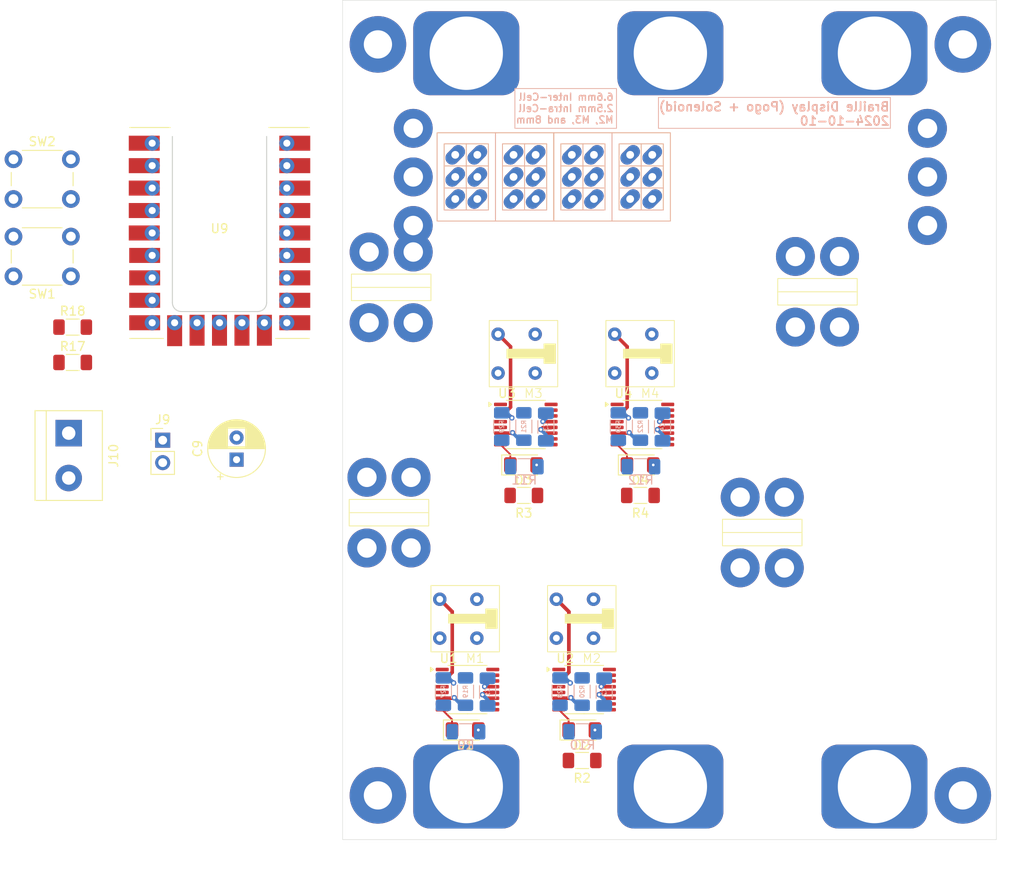
<source format=kicad_pcb>
(kicad_pcb (version 20240108) (generator "pcbnew") (generator_version "8.0")
  (layers (0 "F.Cu" signal) (31 "B.Cu" signal) (34 "B.Paste" user) (35 "F.Paste" user) (36 "B.SilkS" user "B.Silkscreen") (37 "F.SilkS" user "F.Silkscreen") (38 "B.Mask" user) (39 "F.Mask" user) (44 "Edge.Cuts" user))
  (net 0 "")
  (net 41 "/Braille_Cell/~{SLEEP}")
  (net 42 "/Braille_Cell1/~{SLEEP}")
  (net 43 "/Braille_Cell2/~{SLEEP}")
  (net 44 "/Braille_Cell3/~{SLEEP}")
  (net 45 "GND")
  (net 46 "Vdrive")
  (net 47 "Net-(D1-A)")
  (net 48 "/Braille_Cell/~{FAULT}")
  (net 49 "Net-(D2-A)")
  (net 50 "/Braille_Cell1/~{FAULT}")
  (net 51 "Net-(D3-A)")
  (net 52 "/Braille_Cell2/~{FAULT}")
  (net 53 "Net-(D4-A)")
  (net 54 "/Braille_Cell3/~{FAULT}")
  (net 55 "Net-(U1-OUT3)")
  (net 56 "Net-(U1-OUT1)")
  (net 57 "Net-(M1--)")
  (net 58 "Net-(U1-OUT4)")
  (net 59 "Net-(U2-OUT3)")
  (net 60 "Net-(U2-OUT4)")
  (net 61 "Net-(M2--)")
  (net 62 "Net-(U2-OUT1)")
  (net 63 "Net-(U3-OUT3)")
  (net 64 "Net-(U3-OUT1)")
  (net 65 "Net-(U3-OUT4)")
  (net 66 "Net-(M3--)")
  (net 67 "Net-(U4-OUT1)")
  (net 68 "Net-(M4--)")
  (net 69 "Net-(U4-OUT3)")
  (net 70 "Net-(U4-OUT4)")
  (net 71 "+3V3")
  (net 72 "I2C_SDA")
  (net 73 "I2C_SCL")
  (net 74 "Net-(U1-ISEN34)")
  (net 75 "Net-(U2-ISEN34)")
  (net 76 "Net-(U3-ISEN34)")
  (net 77 "Net-(U4-ISEN34)")
  (net 78 "Net-(U1-ISEN12)")
  (net 79 "Net-(U2-ISEN12)")
  (net 80 "Net-(U3-ISEN12)")
  (net 81 "Net-(U4-ISEN12)")
  (net 82 "Net-(U9-GP28)")
  (net 83 "Net-(U9-GP29)")
  (net 84 "/Braille_Cell/IN4")
  (net 85 "/Braille_Cell/IN3")
  (net 86 "/Braille_Cell/IN2")
  (net 87 "/Braille_Cell/IN1")
  (net 88 "/Braille_Cell1/IN1")
  (net 89 "/Braille_Cell1/IN2")
  (net 90 "/Braille_Cell1/IN4")
  (net 91 "/Braille_Cell1/IN3")
  (net 92 "/Braille_Cell2/IN3")
  (net 93 "/Braille_Cell2/IN1")
  (net 94 "/Braille_Cell2/IN4")
  (net 95 "/Braille_Cell2/IN2")
  (net 96 "/Braille_Cell3/IN4")
  (net 97 "/Braille_Cell3/IN3")
  (net 98 "/Braille_Cell3/IN1")
  (net 99 "/Braille_Cell3/IN2")
  (net 100 "+5V")
  (footprint "Resistor_SMD:R_1206_3216Metric_Pad1.30x1.75mm_HandSolder" (layer "F.Cu") (at 106.5125 136.05)
    (property "Reference" "R3")
    (property "Value" "5k1")
  )
  (footprint "00-lib-footprints:Braille_Cell_Pogos_Solder_2.5mmIntra_6.6x10mmInter" (layer "F.Cu") (at 100 100)
    (property "Reference" "J1" (hide yes))
    (property "Value" "Conn_01x06")
  )
  (footprint "Package_SO:TSSOP-16_4.4x5mm_P0.65mm" (layer "F.Cu") (at 113.3375 158.025)
    (property "Reference" "U2")
    (property "Value" "DRV8847SPWR")
  )
  (footprint "00-lib-footprints:MountingHole_2.2mm_M2_Pad_NoSilk" (layer "F.Cu") (at 152.2 100)
    (property "Reference" "H12" (hide yes))
    (property "Value" "MountingHole_Pad")
  )
  (footprint "00-lib-footprints:MountingHole_8mm_Rect_NoSilk" (layer "F.Cu") (at 100 169)
    (property "Reference" "H4" (hide yes))
    (property "Value" "MountingHole_Pad")
  )
  (footprint "Resistor_SMD:R_1206_3216Metric_Pad1.30x1.75mm_HandSolder" (layer "F.Cu") (at 55.45 121)
    (property "Reference" "R17")
    (property "Value" "5k1")
  )
  (footprint "00-lib-footprints:HorizMounting_4x_M2_and_M3_Middle" (layer "F.Cu") (at 139.75 113)
    (property "Reference" "H19" (hide yes))
    (property "Value" "MountingHole_Pad")
  )
  (footprint "00-lib-footprints:MountingHole_2.2mm_M2_Pad_NoSilk" (layer "F.Cu") (at 152.2 105.5)
    (property "Reference" "H10" (hide yes))
    (property "Value" "MountingHole_Pad")
  )
  (footprint "00-lib-footprints:MountingHole_8mm_Rect_NoSilk" (layer "F.Cu") (at 146.2 169)
    (property "Reference" "H6" (hide yes))
    (property "Value" "MountingHole_Pad")
  )
  (footprint "LED_SMD:LED_1206_3216Metric_Pad1.42x1.75mm_HandSolder" (layer "F.Cu") (at 119.675 132.6)
    (property "Reference" "D4")
    (property "Value" "LED")
  )
  (footprint "00-lib-footprints:MountingHole_2.2mm_M2_Pad_NoSilk" (layer "F.Cu") (at 94 94.5)
    (property "Reference" "H7" (hide yes))
    (property "Value" "MountingHole_Pad")
  )
  (footprint "00-lib-footprints:RP2040 Zero" (layer "F.Cu") (at 61.91 119.1715)
    (property "Reference" "U9")
    (property "Value" "RP2040-Zero")
    (fp_line (start 4.826 -23.749) (end 4.826 -4.953) (stroke (width 0.12)) (layer "Edge.Cuts"))
    (fp_line (start 5.842 -3.937) (end 14.478 -3.937) (stroke (width 0.12)) (layer "Edge.Cuts"))
    (fp_line (start 15.494 -4.953) (end 15.494 -23.749) (stroke (width 0.12)) (layer "Edge.Cuts"))
    (fp_arc (start 5.842 -3.937) (mid 5.12358 -4.23458) (end 4.826 -4.953) (stroke (width 0.12)) (layer "Edge.Cuts"))
    (fp_arc (start 15.494 -4.953) (mid 15.19642 -4.23458) (end 14.478 -3.937) (stroke (width 0.12)) (layer "Edge.Cuts"))
  )
  (footprint "LED_SMD:LED_1206_3216Metric_Pad1.42x1.75mm_HandSolder" (layer "F.Cu") (at 113.075 162.6)
    (property "Reference" "D2")
    (property "Value" "LED")
  )
  (footprint "00-lib-footprints:MountingHole_8mm_Rect_NoSilk" (layer "F.Cu") (at 146.2 86)
    (property "Reference" "H3" (hide yes))
    (property "Value" "MountingHole_Pad")
  )
  (footprint "00-lib-footprints:MountingHole_2.2mm_M2_Pad_NoSilk" (layer "F.Cu") (at 94 105.5)
    (property "Reference" "H8" (hide yes))
    (property "Value" "MountingHole_Pad")
  )
  (footprint "Connector_PinHeader_2.54mm:PinHeader_1x02_P2.54mm_Vertical" (layer "F.Cu") (at 65.64 129.8)
    (property "Reference" "J9")
    (property "Value" "Conn_01x02")
  )
  (footprint "Resistor_SMD:R_1206_3216Metric_Pad1.30x1.75mm_HandSolder" (layer "F.Cu") (at 55.45 117)
    (property "Reference" "R18")
    (property "Value" "5k1")
  )
  (footprint "00-lib-footprints:Braille_Cell_Pogos_Solder_2.5mmIntra_6.6x10mmInter" (layer "F.Cu") (at 106.6 100)
    (property "Reference" "J3" (hide yes))
    (property "Value" "Conn_01x06")
  )
  (footprint "Package_SO:TSSOP-16_4.4x5mm_P0.65mm" (layer "F.Cu") (at 100.1375 158.025)
    (property "Reference" "U1")
    (property "Value" "DRV8847SPWR")
  )
  (footprint "00-lib-footprints:MicroStepper_8mm-2mmGear" (layer "F.Cu") (at 113.2 150)
    (property "Reference" "M2")
    (property "Value" "Stepper_Motor_bipolar")
  )
  (footprint "Package_SO:TSSOP-16_4.4x5mm_P0.65mm" (layer "F.Cu") (at 106.7375 128.025)
    (property "Reference" "U3")
    (property "Value" "DRV8847SPWR")
  )
  (footprint "Button_Switch_THT:SW_PUSH_6mm" (layer "F.Cu") (at 48.75 98)
    (property "Reference" "SW2")
    (property "Value" "SW_Push")
  )
  (footprint "Package_SO:TSSOP-16_4.4x5mm_P0.65mm" (layer "F.Cu") (at 119.9375 128.025)
    (property "Reference" "U4")
    (property "Value" "DRV8847SPWR")
  )
  (footprint "00-lib-footprints:MicroStepper_8mm-2mmGear" (layer "F.Cu") (at 119.8 120)
    (property "Reference" "M4")
    (property "Value" "Stepper_Motor_bipolar")
  )
  (footprint "Resistor_SMD:R_1206_3216Metric_Pad1.30x1.75mm_HandSolder" (layer "F.Cu") (at 113.1125 166.05)
    (property "Reference" "R2")
    (property "Value" "5k1")
  )
  (footprint "00-lib-footprints:MountingHole_8mm_Rect_NoSilk" (layer "F.Cu") (at 123.1 86)
    (property "Reference" "H1" (hide yes))
    (property "Value" "MountingHole_Pad")
  )
  (footprint "00-lib-footprints:MountingHole_2.2mm_M2_Pad_NoSilk" (layer "F.Cu") (at 94 100)
    (property "Reference" "H11" (hide yes))
    (property "Value" "MountingHole_Pad")
  )
  (footprint "00-lib-footprints:Braille_Cell_Pogos_Solder_2.5mmIntra_6.6x10mmInter" (layer "F.Cu") (at 113.2 100)
    (property "Reference" "J2" (hide yes))
    (property "Value" "Conn_01x06")
  )
  (footprint "00-lib-footprints:MountingHole_2.2mm_M2_Pad_NoSilk" (layer "F.Cu") (at 152.2 94.5)
    (property "Reference" "H9" (hide yes))
    (property "Value" "MountingHole_Pad")
  )
  (footprint "Capacitor_THT:CP_Radial_D6.3mm_P2.50mm" (layer "F.Cu") (at 74 132 90)
    (property "Reference" "C9")
    (property "Value" "10u")
  )
  (footprint "00-lib-footprints:MountingHole_3.2mm_M3_Pad_NoSilk" (layer "F.Cu") (at 156.2 170)
    (property "Reference" "H15" (hide yes))
    (property "Value" "MountingHole_Pad")
  )
  (footprint "00-lib-footprints:MountingHole_8mm_Rect_NoSilk" (layer "F.Cu") (at 123.1 169)
    (property "Reference" "H2" (hide yes))
    (property "Value" "MountingHole_Pad")
  )
  (footprint "00-lib-footprints:MicroStepper_8mm-2mmGear" (layer "F.Cu") (at 100 150)
    (property "Reference" "M1")
    (property "Value" "Stepper_Motor_bipolar")
  )
  (footprint "Resistor_SMD:R_1206_3216Metric_Pad1.30x1.75mm_HandSolder" (layer "F.Cu") (at 119.7125 136.05)
    (property "Reference" "R4")
    (property "Value" "5k1")
  )
  (footprint "00-lib-footprints:MountingHole_3.2mm_M3_Pad_NoSilk" (layer "F.Cu") (at 90 85)
    (property "Reference" "H13" (hide yes))
    (property "Value" "MountingHole_Pad")
  )
  (footprint "00-lib-footprints:HorizMounting_4x_M2_and_M3_Middle" (layer "F.Cu") (at 91.25 138)
    (property "Reference" "H18" (hide yes))
    (property "Value" "MountingHole_Pad")
  )
  (footprint "00-lib-footprints:HorizMounting_4x_M2_and_M3_Middle" (layer "F.Cu") (at 133.5 140.25)
    (property "Reference" "H20" (hide yes))
    (property "Value" "MountingHole_Pad")
  )
  (footprint "00-lib-footprints:MountingHole_3.2mm_M3_Pad_NoSilk" (layer "F.Cu") (at 156.2 85)
    (property "Reference" "H14" (hide yes))
    (property "Value" "MountingHole_Pad")
  )
  (footprint "LED_SMD:LED_1206_3216Metric_Pad1.42x1.75mm_HandSolder" (layer "F.Cu") (at 106.475 132.6)
    (property "Reference" "D3")
    (property "Value" "LED")
  )
  (footprint "Button_Switch_THT:SW_PUSH_6mm" (layer "F.Cu") (at 55.25 111.25 180)
    (property "Reference" "SW1")
    (property "Value" "SW_Push")
  )
  (footprint "LED_SMD:LED_1206_3216Metric_Pad1.42x1.75mm_HandSolder" (layer "F.Cu") (at 99.875 162.6)
    (property "Reference" "D1")
    (property "Value" "LED")
  )
  (footprint "00-lib-footprints:MountingHole_3.2mm_M3_Pad_NoSilk" (layer "F.Cu") (at 90 170)
    (property "Reference" "H16" (hide yes))
    (property "Value" "MountingHole_Pad")
  )
  (footprint "00-lib-footprints:MountingHole_8mm_Rect_NoSilk" (layer "F.Cu") (at 100 86)
    (property "Reference" "H5" (hide yes))
    (property "Value" "MountingHole_Pad")
  )
  (footprint "00-lib-footprints:HorizMounting_4x_M2_and_M3_Middle" (layer "F.Cu") (at 91.5 112.5)
    (property "Reference" "H17" (hide yes))
    (property "Value" "MountingHole_Pad")
  )
  (footprint "00-lib-footprints:MicroStepper_8mm-2mmGear" (layer "F.Cu") (at 106.6 120)
    (property "Reference" "M3")
    (property "Value" "Stepper_Motor_bipolar")
  )
  (footprint "00-lib-footprints:Braille_Cell_Pogos_Solder_2.5mmIntra_6.6x10mmInter" (layer "F.Cu") (at 119.8 100)
    (property "Reference" "J4" (hide yes))
    (property "Value" "Conn_01x06")
  )
  (footprint "TerminalBlock:TerminalBlock_bornier-2_P5.08mm" (layer "F.Cu") (at 55 129 -90)
    (property "Reference" "J10")
    (property "Value" "Screw_Terminal_01x02")
  )
  (footprint "Resistor_SMD:R_1206_3216Metric_Pad1.30x1.75mm_HandSolder" (layer "F.Cu") (at 99.9125 166.05)
    (property "Reference" "R1")
    (property "Value" "5k1")
  )
  (footprint "Resistor_SMD:R_1206_3216Metric_Pad1.30x1.75mm_HandSolder" (layer "B.Cu") (at 119.7625 132.8)
    (property "Reference" "R12")
    (property "Value" "2k1")
  )
  (footprint "Resistor_SMD:R_1206_3216Metric_Pad1.30x1.75mm_HandSolder" (layer "B.Cu") (at 106.5625 132.8)
    (property "Reference" "R11")
    (property "Value" "2k1")
  )
  (footprint "Capacitor_SMD:C_1206_3216Metric_Pad1.33x1.80mm_HandSolder" (layer "B.Cu") (at 102.4125 158.3 90)
    (property "Reference" "C1")
    (property "Value" "100n")
  )
  (footprint "Capacitor_SMD:C_1206_3216Metric_Pad1.33x1.80mm_HandSolder" (layer "B.Cu") (at 115.6125 158.3 90)
    (property "Reference" "C2")
    (property "Value" "100n")
  )
  (footprint "Resistor_SMD:R_1206_3216Metric_Pad1.30x1.75mm_HandSolder" (layer "B.Cu") (at 110.6125 158.25 -90)
    (property "Reference" "R28")
    (property "Value" "330m")
  )
  (footprint "Resistor_SMD:R_1206_3216Metric_Pad1.30x1.75mm_HandSolder" (layer "B.Cu") (at 117.2125 128.25 -90)
    (property "Reference" "R30")
    (property "Value" "330m")
  )
  (footprint "Resistor_SMD:R_1206_3216Metric_Pad1.30x1.75mm_HandSolder" (layer "B.Cu") (at 119.7125 128.25 90)
    (property "Reference" "R22")
    (property "Value" "330m")
  )
  (footprint "Capacitor_SMD:C_1206_3216Metric_Pad1.33x1.80mm_HandSolder" (layer "B.Cu") (at 109.0125 128.3 90)
    (property "Reference" "C3")
    (property "Value" "100n")
  )
  (footprint "Resistor_SMD:R_1206_3216Metric_Pad1.30x1.75mm_HandSolder" (layer "B.Cu") (at 97.4125 158.25 -90)
    (property "Reference" "R27")
    (property "Value" "330m")
  )
  (footprint "Capacitor_SMD:C_1206_3216Metric_Pad1.33x1.80mm_HandSolder" (layer "B.Cu") (at 122.2125 128.3 90)
    (property "Reference" "C4")
    (property "Value" "100n")
  )
  (footprint "Resistor_SMD:R_1206_3216Metric_Pad1.30x1.75mm_HandSolder" (layer "B.Cu") (at 113.1625 162.8)
    (property "Reference" "R10")
    (property "Value" "2k1")
  )
  (footprint "Resistor_SMD:R_1206_3216Metric_Pad1.30x1.75mm_HandSolder" (layer "B.Cu") (at 113.1125 158.25 90)
    (property "Reference" "R20")
    (property "Value" "330m")
  )
  (footprint "Resistor_SMD:R_1206_3216Metric_Pad1.30x1.75mm_HandSolder" (layer "B.Cu") (at 104.0125 128.25 -90)
    (property "Reference" "R29")
    (property "Value" "330m")
  )
  (footprint "Resistor_SMD:R_1206_3216Metric_Pad1.30x1.75mm_HandSolder" (layer "B.Cu") (at 99.9125 158.25 90)
    (property "Reference" "R19")
    (property "Value" "330m")
  )
  (footprint "Resistor_SMD:R_1206_3216Metric_Pad1.30x1.75mm_HandSolder" (layer "B.Cu") (at 99.9625 162.8)
    (property "Reference" "R9")
    (property "Value" "2k1")
  )
  (footprint "Resistor_SMD:R_1206_3216Metric_Pad1.30x1.75mm_HandSolder" (layer "B.Cu") (at 106.5125 128.25 90)
    (property "Reference" "R21")
    (property "Value" "330m")
  )
  (gr_rect (start 121.75 91) (end 148 94.5) (stroke (width 0.1)) (fill none) (layer "B.SilkS"))
  (gr_rect (start 105.5 90) (end 117 94.5) (stroke (width 0.1)) (fill none) (layer "B.SilkS"))
  (gr_rect (start 86 80) (end 160 175) (stroke (width 0.05)) (fill none) (layer "Edge.Cuts"))
  (gr_text "Braille Display (Pogo + Solenoid)\n2024-10-10" (at 148 94.25 0) (layer "B.SilkS") (effects (font (size 1 1) (thickness 0.2) (bold yes)) (justify left bottom mirror)))
  (gr_text "6.6mm Inter-Cell\n2.5mm Intra-Cell\nM2, M3, and 8mm" (at 116.75 94 0) (layer "B.SilkS") (effects (font (size 0.8 0.8) (thickness 0.16) (bold yes)) (justify left bottom mirror)))
  (segment (start 121.880141 127.680988) (end 121.899153 127.7) (width 0.4) (layer "F.Cu") (net 45))
  (segment (start 115.299153 157.7) (end 116.2 157.7) (width 0.4) (layer "F.Cu") (net 45))
  (segment (start 108.699153 127.7) (end 109.6 127.7) (width 0.4) (layer "F.Cu") (net 45))
  (segment (start 115.280141 157.680988) (end 115.299153 157.7) (width 0.4) (layer "F.Cu") (net 45))
  (segment (start 102.099153 157.7) (end 103 157.7) (width 0.4) (layer "F.Cu") (net 45))
  (segment (start 102.080141 157.680988) (end 102.099153 157.7) (width 0.4) (layer "F.Cu") (net 45))
  (segment (start 102.080141 157.680988) (end 102.099153 157.7) (width 0.4) (layer "F.Cu") (net 45))
  (segment (start 115.280141 157.680988) (end 115.299153 157.7) (width 0.4) (layer "F.Cu") (net 45))
  (segment (start 115.299153 157.7) (end 116.2 157.7) (width 0.4) (layer "F.Cu") (net 45))
  (segment (start 121.899153 127.7) (end 122.8 127.7) (width 0.4) (layer "F.Cu") (net 45))
  (segment (start 108.680141 127.680988) (end 108.699153 127.7) (width 0.4) (layer "F.Cu") (net 45))
  (segment (start 102.099153 157.7) (end 103 157.7) (width 0.4) (layer "F.Cu") (net 45))
  (via (at 102.080141 157.680988) (size 0.6) (drill 0.3) (layers "F.Cu" "B.Cu") (net 45))
  (via (at 121.880141 127.680988) (size 0.6) (drill 0.3) (layers "F.Cu" "B.Cu") (net 45))
  (via (at 108.680141 127.680988) (size 0.6) (drill 0.3) (layers "F.Cu" "B.Cu") (net 45))
  (via (at 115.280141 157.680988) (size 0.6) (drill 0.3) (layers "F.Cu" "B.Cu") (net 45))
  (via (at 115.280141 157.680988) (size 0.6) (drill 0.3) (layers "F.Cu" "B.Cu") (net 45))
  (via (at 102.080141 157.680988) (size 0.6) (drill 0.3) (layers "F.Cu" "B.Cu") (net 45))
  (segment (start 109.0125 127.348629) (end 109.0125 126.7375) (width 0.4) (layer "B.Cu") (net 45))
  (segment (start 115.280141 157.680988) (end 115.6125 157.348629) (width 0.4) (layer "B.Cu") (net 45))
  (segment (start 115.6125 157.348629) (end 115.6125 156.7375) (width 0.4) (layer "B.Cu") (net 45))
  (segment (start 102.080141 157.680988) (end 102.4125 157.348629) (width 0.4) (layer "B.Cu") (net 45))
  (segment (start 115.6125 157.348629) (end 115.6125 156.7375) (width 0.4) (layer "B.Cu") (net 45))
  (segment (start 115.280141 157.680988) (end 115.6125 157.348629) (width 0.4) (layer "B.Cu") (net 45))
  (segment (start 121.880141 127.680988) (end 122.2125 127.348629) (width 0.4) (layer "B.Cu") (net 45))
  (segment (start 102.080141 157.680988) (end 102.4125 157.348629) (width 0.4) (layer "B.Cu") (net 45))
  (segment (start 122.2125 127.348629) (end 122.2125 126.7375) (width 0.4) (layer "B.Cu") (net 45))
  (segment (start 108.680141 127.680988) (end 109.0125 127.348629) (width 0.4) (layer "B.Cu") (net 45))
  (segment (start 102.4125 157.348629) (end 102.4125 156.7375) (width 0.4) (layer "B.Cu") (net 45))
  (segment (start 102.4125 157.348629) (end 102.4125 156.7375) (width 0.4) (layer "B.Cu") (net 45))
  (segment (start 103 158.35) (end 102.969012 158.380988) (width 0.4) (layer "F.Cu") (net 46))
  (segment (start 102.059692 158.380988) (end 101.843649 158.597031) (width 0.4) (layer "F.Cu") (net 46))
  (segment (start 122.769012 128.380988) (end 121.859692 128.380988) (width 0.4) (layer "F.Cu") (net 46))
  (segment (start 108.659692 128.380988) (end 108.443649 128.597031) (width 0.4) (layer "F.Cu") (net 46))
  (segment (start 103 158.35) (end 102.969012 158.380988) (width 0.4) (layer "F.Cu") (net 46))
  (segment (start 102.059692 158.380988) (end 101.843649 158.597031) (width 0.4) (layer "F.Cu") (net 46))
  (segment (start 115.259692 158.380988) (end 115.043649 158.597031) (width 0.4) (layer "F.Cu") (net 46))
  (segment (start 122.8 128.35) (end 122.769012 128.380988) (width 0.4) (layer "F.Cu") (net 46))
  (segment (start 109.569012 128.380988) (end 108.659692 128.380988) (width 0.4) (layer "F.Cu") (net 46))
  (segment (start 109.6 128.35) (end 109.569012 128.380988) (width 0.4) (layer "F.Cu") (net 46))
  (segment (start 102.969012 158.380988) (end 102.059692 158.380988) (width 0.4) (layer "F.Cu") (net 46))
  (segment (start 116.169012 158.380988) (end 115.259692 158.380988) (width 0.4) (layer "F.Cu") (net 46))
  (segment (start 115.259692 158.380988) (end 115.043649 158.597031) (width 0.4) (layer "F.Cu") (net 46))
  (segment (start 116.2 158.35) (end 116.169012 158.380988) (width 0.4) (layer "F.Cu") (net 46))
  (segment (start 116.2 158.35) (end 116.169012 158.380988) (width 0.4) (layer "F.Cu") (net 46))
  (segment (start 116.169012 158.380988) (end 115.259692 158.380988) (width 0.4) (layer "F.Cu") (net 46))
  (segment (start 121.859692 128.380988) (end 121.643649 128.597031) (width 0.4) (layer "F.Cu") (net 46))
  (segment (start 102.969012 158.380988) (end 102.059692 158.380988) (width 0.4) (layer "F.Cu") (net 46))
  (via (at 115.043649 158.597031) (size 0.6) (drill 0.3) (layers "F.Cu" "B.Cu") (net 46))
  (via (at 121.643649 128.597031) (size 0.6) (drill 0.3) (layers "F.Cu" "B.Cu") (net 46))
  (via (at 115.043649 158.597031) (size 0.6) (drill 0.3) (layers "F.Cu" "B.Cu") (net 46))
  (via (at 101.843649 158.597031) (size 0.6) (drill 0.3) (layers "F.Cu" "B.Cu") (net 46))
  (via (at 108.443649 128.597031) (size 0.6) (drill 0.3) (layers "F.Cu" "B.Cu") (net 46))
  (via (at 101.843649 158.597031) (size 0.6) (drill 0.3) (layers "F.Cu" "B.Cu") (net 46))
  (segment (start 102.4125 159.8625) (end 102.4125 159.165882) (width 0.4) (layer "B.Cu") (net 46))
  (segment (start 102.4125 159.165882) (end 101.843649 158.597031) (width 0.4) (layer "B.Cu") (net 46))
  (segment (start 109.0125 129.8625) (end 109.0125 129.165882) (width 0.4) (layer "B.Cu") (net 46))
  (segment (start 115.6125 159.8625) (end 115.6125 159.165882) (width 0.4) (layer "B.Cu") (net 46))
  (segment (start 122.2125 129.8625) (end 122.2125 129.165882) (width 0.4) (layer "B.Cu") (net 46))
  (segment (start 102.4125 159.165882) (end 101.843649 158.597031) (width 0.4) (layer "B.Cu") (net 46))
  (segment (start 115.6125 159.8625) (end 115.6125 159.165882) (width 0.4) (layer "B.Cu") (net 46))
  (segment (start 109.0125 129.165882) (end 108.443649 128.597031) (width 0.4) (layer "B.Cu") (net 46))
  (segment (start 115.6125 159.165882) (end 115.043649 158.597031) (width 0.4) (layer "B.Cu") (net 46))
  (segment (start 122.2125 129.165882) (end 121.643649 128.597031) (width 0.4) (layer "B.Cu") (net 46))
  (segment (start 102.4125 159.8625) (end 102.4125 159.165882) (width 0.4) (layer "B.Cu") (net 46))
  (segment (start 115.6125 159.165882) (end 115.043649 158.597031) (width 0.4) (layer "B.Cu") (net 46))
  (via (at 101.3625 162.6) (size 0.6) (drill 0.3) (layers "F.Cu" "B.Cu") (net 47))
  (via (at 101.3625 162.6) (size 0.6) (drill 0.3) (layers "F.Cu" "B.Cu") (net 47))
  (segment (start 101.5125 162.8) (end 101.5125 162.75) (width 0.2) (layer "B.Cu") (net 47))
  (segment (start 101.5125 162.8) (end 101.5125 162.75) (width 0.2) (layer "B.Cu") (net 47))
  (segment (start 101.5125 162.75) (end 101.3625 162.6) (width 0.2) (layer "B.Cu") (net 47))
  (segment (start 101.5125 162.75) (end 101.3625 162.6) (width 0.2) (layer "B.Cu") (net 47))
  (segment (start 98.3875 161.4125) (end 97.275 160.3) (width 0.2) (layer "F.Cu") (net 48))
  (segment (start 98.3875 162.6) (end 98.3875 161.4125) (width 0.2) (layer "F.Cu") (net 48))
  (segment (start 98.3875 161.4125) (end 97.275 160.3) (width 0.2) (layer "F.Cu") (net 48))
  (segment (start 98.3875 162.6) (end 98.3875 161.4125) (width 0.2) (layer "F.Cu") (net 48))
  (via (at 114.5625 162.6) (size 0.6) (drill 0.3) (layers "F.Cu" "B.Cu") (net 49))
  (via (at 114.5625 162.6) (size 0.6) (drill 0.3) (layers "F.Cu" "B.Cu") (net 49))
  (segment (start 114.7125 162.8) (end 114.7125 162.75) (width 0.2) (layer "B.Cu") (net 49))
  (segment (start 114.7125 162.75) (end 114.5625 162.6) (width 0.2) (layer "B.Cu") (net 49))
  (segment (start 114.7125 162.8) (end 114.7125 162.75) (width 0.2) (layer "B.Cu") (net 49))
  (segment (start 114.7125 162.75) (end 114.5625 162.6) (width 0.2) (layer "B.Cu") (net 49))
  (segment (start 111.5875 162.6) (end 111.5875 161.4125) (width 0.2) (layer "F.Cu") (net 50))
  (segment (start 111.5875 161.4125) (end 110.475 160.3) (width 0.2) (layer "F.Cu") (net 50))
  (segment (start 111.5875 161.4125) (end 110.475 160.3) (width 0.2) (layer "F.Cu") (net 50))
  (segment (start 111.5875 162.6) (end 111.5875 161.4125) (width 0.2) (layer "F.Cu") (net 50))
  (via (at 107.9625 132.6) (size 0.6) (drill 0.3) (layers "F.Cu" "B.Cu") (net 51))
  (segment (start 108.1125 132.8) (end 108.1125 132.75) (width 0.2) (layer "B.Cu") (net 51))
  (segment (start 108.1125 132.75) (end 107.9625 132.6) (width 0.2) (layer "B.Cu") (net 51))
  (segment (start 104.9875 132.6) (end 104.9875 131.4125) (width 0.2) (layer "F.Cu") (net 52))
  (segment (start 104.9875 131.4125) (end 103.875 130.3) (width 0.2) (layer "F.Cu") (net 52))
  (via (at 121.1625 132.6) (size 0.6) (drill 0.3) (layers "F.Cu" "B.Cu") (net 53))
  (segment (start 121.3125 132.8) (end 121.3125 132.75) (width 0.2) (layer "B.Cu") (net 53))
  (segment (start 121.3125 132.75) (end 121.1625 132.6) (width 0.2) (layer "B.Cu") (net 53))
  (segment (start 118.1875 132.6) (end 118.1875 131.4125) (width 0.2) (layer "F.Cu") (net 54))
  (segment (start 118.1875 131.4125) (end 117.075 130.3) (width 0.2) (layer "F.Cu") (net 54))
  (segment (start 97.275 156.4) (end 98.072378 156.4) (width 0.4) (layer "F.Cu") (net 56))
  (segment (start 98.4125 156.059878) (end 98.4125 149.2125) (width 0.4) (layer "F.Cu") (net 56))
  (segment (start 97.275 156.4) (end 98.072378 156.4) (width 0.4) (layer "F.Cu") (net 56))
  (segment (start 98.072378 156.4) (end 98.4125 156.059878) (width 0.4) (layer "F.Cu") (net 56))
  (segment (start 98.072378 156.4) (end 98.4125 156.059878) (width 0.4) (layer "F.Cu") (net 56))
  (segment (start 98.4125 149.2125) (end 97 147.8) (width 0.4) (layer "F.Cu") (net 56))
  (segment (start 98.4125 156.059878) (end 98.4125 149.2125) (width 0.4) (layer "F.Cu") (net 56))
  (segment (start 98.4125 149.2125) (end 97 147.8) (width 0.4) (layer "F.Cu") (net 56))
  (segment (start 111.6125 149.2125) (end 110.2 147.8) (width 0.4) (layer "F.Cu") (net 62))
  (segment (start 110.475 156.4) (end 111.272378 156.4) (width 0.4) (layer "F.Cu") (net 62))
  (segment (start 111.6125 149.2125) (end 110.2 147.8) (width 0.4) (layer "F.Cu") (net 62))
  (segment (start 111.272378 156.4) (end 111.6125 156.059878) (width 0.4) (layer "F.Cu") (net 62))
  (segment (start 111.6125 156.059878) (end 111.6125 149.2125) (width 0.4) (layer "F.Cu") (net 62))
  (segment (start 111.272378 156.4) (end 111.6125 156.059878) (width 0.4) (layer "F.Cu") (net 62))
  (segment (start 110.475 156.4) (end 111.272378 156.4) (width 0.4) (layer "F.Cu") (net 62))
  (segment (start 111.6125 156.059878) (end 111.6125 149.2125) (width 0.4) (layer "F.Cu") (net 62))
  (segment (start 103.875 126.4) (end 104.672378 126.4) (width 0.4) (layer "F.Cu") (net 64))
  (segment (start 105.0125 126.059878) (end 105.0125 119.2125) (width 0.4) (layer "F.Cu") (net 64))
  (segment (start 104.672378 126.4) (end 105.0125 126.059878) (width 0.4) (layer "F.Cu") (net 64))
  (segment (start 105.0125 119.2125) (end 103.6 117.8) (width 0.4) (layer "F.Cu") (net 64))
  (segment (start 118.2125 119.2125) (end 116.8 117.8) (width 0.4) (layer "F.Cu") (net 67))
  (segment (start 117.872378 126.4) (end 118.2125 126.059878) (width 0.4) (layer "F.Cu") (net 67))
  (segment (start 118.2125 126.059878) (end 118.2125 119.2125) (width 0.4) (layer "F.Cu") (net 67))
  (segment (start 117.075 126.4) (end 117.872378 126.4) (width 0.4) (layer "F.Cu") (net 67))
  (segment (start 98.585101 159) (end 97.275 159) (width 0.4) (layer "F.Cu") (net 74))
  (segment (start 98.585101 159) (end 97.275 159) (width 0.4) (layer "F.Cu") (net 74))
  (segment (start 98.637341 158.94776) (end 98.585101 159) (width 0.4) (layer "F.Cu") (net 74))
  (segment (start 98.637341 158.94776) (end 98.585101 159) (width 0.4) (layer "F.Cu") (net 74))
  (via (at 98.637341 158.94776) (size 0.6) (drill 0.3) (layers "F.Cu" "B.Cu") (net 74))
  (via (at 98.637341 158.94776) (size 0.6) (drill 0.3) (layers "F.Cu" "B.Cu") (net 74))
  (segment (start 99.9125 159.8) (end 99.489581 159.8) (width 0.4) (layer "B.Cu") (net 74))
  (segment (start 99.489581 159.8) (end 98.637341 158.94776) (width 0.4) (layer "B.Cu") (net 74))
  (segment (start 99.9125 159.8) (end 99.489581 159.8) (width 0.4) (layer "B.Cu") (net 74))
  (segment (start 99.489581 159.8) (end 98.637341 158.94776) (width 0.4) (layer "B.Cu") (net 74))
  (segment (start 111.837341 158.94776) (end 111.785101 159) (width 0.4) (layer "F.Cu") (net 75))
  (segment (start 111.837341 158.94776) (end 111.785101 159) (width 0.4) (layer "F.Cu") (net 75))
  (segment (start 111.785101 159) (end 110.475 159) (width 0.4) (layer "F.Cu") (net 75))
  (segment (start 111.785101 159) (end 110.475 159) (width 0.4) (layer "F.Cu") (net 75))
  (via (at 111.837341 158.94776) (size 0.6) (drill 0.3) (layers "F.Cu" "B.Cu") (net 75))
  (via (at 111.837341 158.94776) (size 0.6) (drill 0.3) (layers "F.Cu" "B.Cu") (net 75))
  (segment (start 113.1125 159.8) (end 112.689581 159.8) (width 0.4) (layer "B.Cu") (net 75))
  (segment (start 112.689581 159.8) (end 111.837341 158.94776) (width 0.4) (layer "B.Cu") (net 75))
  (segment (start 112.689581 159.8) (end 111.837341 158.94776) (width 0.4) (layer "B.Cu") (net 75))
  (segment (start 113.1125 159.8) (end 112.689581 159.8) (width 0.4) (layer "B.Cu") (net 75))
  (segment (start 105.237341 128.94776) (end 105.185101 129) (width 0.4) (layer "F.Cu") (net 76))
  (segment (start 105.185101 129) (end 103.875 129) (width 0.4) (layer "F.Cu") (net 76))
  (via (at 105.237341 128.94776) (size 0.6) (drill 0.3) (layers "F.Cu" "B.Cu") (net 76))
  (segment (start 106.089581 129.8) (end 105.237341 128.94776) (width 0.4) (layer "B.Cu") (net 76))
  (segment (start 106.5125 129.8) (end 106.089581 129.8) (width 0.4) (layer "B.Cu") (net 76))
  (segment (start 118.385101 129) (end 117.075 129) (width 0.4) (layer "F.Cu") (net 77))
  (segment (start 118.437341 128.94776) (end 118.385101 129) (width 0.4) (layer "F.Cu") (net 77))
  (via (at 118.437341 128.94776) (size 0.6) (drill 0.3) (layers "F.Cu" "B.Cu") (net 77))
  (segment (start 119.289581 129.8) (end 118.437341 128.94776) (width 0.4) (layer "B.Cu") (net 77))
  (segment (start 119.7125 129.8) (end 119.289581 129.8) (width 0.4) (layer "B.Cu") (net 77))
  (segment (start 98.33248 157.05) (end 97.275 157.05) (width 0.4) (layer "F.Cu") (net 78))
  (segment (start 98.33248 157.05) (end 97.275 157.05) (width 0.4) (layer "F.Cu") (net 78))
  (segment (start 98.557649 157.275169) (end 98.33248 157.05) (width 0.4) (layer "F.Cu") (net 78))
  (segment (start 98.557649 157.275169) (end 98.33248 157.05) (width 0.4) (layer "F.Cu") (net 78))
  (via (at 98.557649 157.275169) (size 0.6) (drill 0.3) (layers "F.Cu" "B.Cu") (net 78))
  (via (at 98.557649 157.275169) (size 0.6) (drill 0.3) (layers "F.Cu" "B.Cu") (net 78))
  (segment (start 97.98248 156.7) (end 98.557649 157.275169) (width 0.4) (layer "B.Cu") (net 78))
  (segment (start 97.4125 156.7) (end 97.98248 156.7) (width 0.4) (layer "B.Cu") (net 78))
  (segment (start 97.98248 156.7) (end 98.557649 157.275169) (width 0.4) (layer "B.Cu") (net 78))
  (segment (start 97.4125 156.7) (end 97.98248 156.7) (width 0.4) (layer "B.Cu") (net 78))
  (segment (start 111.53248 157.05) (end 110.475 157.05) (width 0.4) (layer "F.Cu") (net 79))
  (segment (start 111.757649 157.275169) (end 111.53248 157.05) (width 0.4) (layer "F.Cu") (net 79))
  (segment (start 111.757649 157.275169) (end 111.53248 157.05) (width 0.4) (layer "F.Cu") (net 79))
  (segment (start 111.53248 157.05) (end 110.475 157.05) (width 0.4) (layer "F.Cu") (net 79))
  (via (at 111.757649 157.275169) (size 0.6) (drill 0.3) (layers "F.Cu" "B.Cu") (net 79))
  (via (at 111.757649 157.275169) (size 0.6) (drill 0.3) (layers "F.Cu" "B.Cu") (net 79))
  (segment (start 110.6125 156.7) (end 111.18248 156.7) (width 0.4) (layer "B.Cu") (net 79))
  (segment (start 110.6125 156.7) (end 111.18248 156.7) (width 0.4) (layer "B.Cu") (net 79))
  (segment (start 111.18248 156.7) (end 111.757649 157.275169) (width 0.4) (layer "B.Cu") (net 79))
  (segment (start 111.18248 156.7) (end 111.757649 157.275169) (width 0.4) (layer "B.Cu") (net 79))
  (segment (start 104.93248 127.05) (end 103.875 127.05) (width 0.4) (layer "F.Cu") (net 80))
  (segment (start 105.157649 127.275169) (end 104.93248 127.05) (width 0.4) (layer "F.Cu") (net 80))
  (via (at 105.157649 127.275169) (size 0.6) (drill 0.3) (layers "F.Cu" "B.Cu") (net 80))
  (segment (start 104.0125 126.7) (end 104.58248 126.7) (width 0.4) (layer "B.Cu") (net 80))
  (segment (start 104.58248 126.7) (end 105.157649 127.275169) (width 0.4) (layer "B.Cu") (net 80))
  (segment (start 118.357649 127.275169) (end 118.13248 127.05) (width 0.4) (layer "F.Cu") (net 81))
  (segment (start 118.13248 127.05) (end 117.075 127.05) (width 0.4) (layer "F.Cu") (net 81))
  (via (at 118.357649 127.275169) (size 0.6) (drill 0.3) (layers "F.Cu" "B.Cu") (net 81))
  (segment (start 117.78248 126.7) (end 118.357649 127.275169) (width 0.4) (layer "B.Cu") (net 81))
  (segment (start 117.2125 126.7) (end 117.78248 126.7) (width 0.4) (layer "B.Cu") (net 81))
)
</source>
